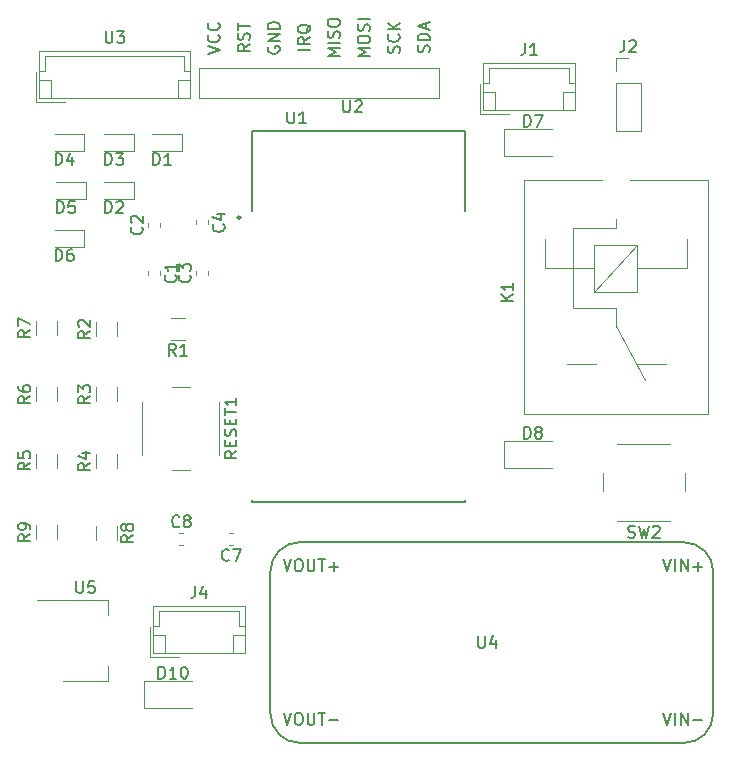
<source format=gbr>
G04 #@! TF.GenerationSoftware,KiCad,Pcbnew,5.1.5+dfsg1-2build2*
G04 #@! TF.CreationDate,2021-12-07T08:31:46-05:00*
G04 #@! TF.ProjectId,schematics,73636865-6d61-4746-9963-732e6b696361,rev?*
G04 #@! TF.SameCoordinates,Original*
G04 #@! TF.FileFunction,Legend,Top*
G04 #@! TF.FilePolarity,Positive*
%FSLAX46Y46*%
G04 Gerber Fmt 4.6, Leading zero omitted, Abs format (unit mm)*
G04 Created by KiCad (PCBNEW 5.1.5+dfsg1-2build2) date 2021-12-07 08:31:46*
%MOMM*%
%LPD*%
G04 APERTURE LIST*
%ADD10C,0.120000*%
%ADD11C,0.240000*%
%ADD12C,0.127000*%
%ADD13C,0.150000*%
G04 APERTURE END LIST*
D10*
X133208500Y-51189000D02*
X129148500Y-51189000D01*
X129148500Y-51189000D02*
X129148500Y-53459000D01*
X129148500Y-53459000D02*
X133208500Y-53459000D01*
D11*
X106860000Y-58656000D02*
G75*
G03X106860000Y-58656000I-120000J0D01*
G01*
D12*
X107840000Y-82606000D02*
X107840000Y-82756000D01*
X125840000Y-82756000D02*
X125840000Y-82556000D01*
X107840000Y-82756000D02*
X125840000Y-82756000D01*
X125840000Y-51356000D02*
X125840000Y-58106000D01*
X107840000Y-51356000D02*
X125840000Y-51356000D01*
X107840000Y-58106000D02*
X107840000Y-51356000D01*
D10*
X89846000Y-44518000D02*
X89846000Y-48538000D01*
X89846000Y-48538000D02*
X102566000Y-48538000D01*
X102566000Y-48538000D02*
X102566000Y-44518000D01*
X102566000Y-44518000D02*
X89846000Y-44518000D01*
X89846000Y-46228000D02*
X90346000Y-46228000D01*
X90346000Y-46228000D02*
X90346000Y-45018000D01*
X90346000Y-45018000D02*
X102066000Y-45018000D01*
X102066000Y-45018000D02*
X102066000Y-46228000D01*
X102066000Y-46228000D02*
X102566000Y-46228000D01*
X89846000Y-47038000D02*
X90846000Y-47038000D01*
X90846000Y-47038000D02*
X90846000Y-48538000D01*
X102566000Y-47038000D02*
X101566000Y-47038000D01*
X101566000Y-47038000D02*
X101566000Y-48538000D01*
X89546000Y-46338000D02*
X89546000Y-48838000D01*
X89546000Y-48838000D02*
X92046000Y-48838000D01*
X95353000Y-57123000D02*
X97813000Y-57123000D01*
X97813000Y-57123000D02*
X97813000Y-55653000D01*
X97813000Y-55653000D02*
X95353000Y-55653000D01*
X98568000Y-74256000D02*
X98568000Y-78756000D01*
X102568000Y-73006000D02*
X101068000Y-73006000D01*
X105068000Y-78756000D02*
X105068000Y-74256000D01*
X101068000Y-80006000D02*
X102568000Y-80006000D01*
X127438000Y-45534000D02*
X127438000Y-49554000D01*
X127438000Y-49554000D02*
X135158000Y-49554000D01*
X135158000Y-49554000D02*
X135158000Y-45534000D01*
X135158000Y-45534000D02*
X127438000Y-45534000D01*
X127438000Y-47244000D02*
X127938000Y-47244000D01*
X127938000Y-47244000D02*
X127938000Y-46034000D01*
X127938000Y-46034000D02*
X134658000Y-46034000D01*
X134658000Y-46034000D02*
X134658000Y-47244000D01*
X134658000Y-47244000D02*
X135158000Y-47244000D01*
X127438000Y-48054000D02*
X128438000Y-48054000D01*
X128438000Y-48054000D02*
X128438000Y-49554000D01*
X135158000Y-48054000D02*
X134158000Y-48054000D01*
X134158000Y-48054000D02*
X134158000Y-49554000D01*
X127138000Y-47354000D02*
X127138000Y-49854000D01*
X127138000Y-49854000D02*
X129638000Y-49854000D01*
X138640000Y-51288000D02*
X140760000Y-51288000D01*
X138640000Y-47228000D02*
X138640000Y-51288000D01*
X140760000Y-47228000D02*
X140760000Y-51288000D01*
X138640000Y-47228000D02*
X140760000Y-47228000D01*
X138640000Y-46228000D02*
X138640000Y-45168000D01*
X138640000Y-45168000D02*
X139700000Y-45168000D01*
X137484000Y-55496000D02*
X130884000Y-55496000D01*
X146484000Y-55496000D02*
X139884000Y-55496000D01*
X146484000Y-55496000D02*
X146484000Y-75296000D01*
X146484000Y-75296000D02*
X130884000Y-75296000D01*
X130884000Y-75296000D02*
X130884000Y-55496000D01*
X134484000Y-71046000D02*
X136934000Y-71046000D01*
X142884000Y-71046000D02*
X140384000Y-71046000D01*
X132634000Y-60446000D02*
X132634000Y-62946000D01*
X138634000Y-59546000D02*
X138634000Y-58746000D01*
X144634000Y-62946000D02*
X144634000Y-60446000D01*
X138634000Y-66346000D02*
X138634000Y-67846000D01*
X138634000Y-67846000D02*
X141134000Y-72446000D01*
X135034000Y-66346000D02*
X135034000Y-59546000D01*
X138634000Y-66346000D02*
X135034000Y-66346000D01*
X138634000Y-59546000D02*
X135034000Y-59546000D01*
X144634000Y-62946000D02*
X140434000Y-62946000D01*
X136834000Y-62946000D02*
X132634000Y-62946000D01*
X136834000Y-64946000D02*
X140434000Y-60946000D01*
X136834000Y-60946000D02*
X140434000Y-60946000D01*
X140434000Y-60946000D02*
X140434000Y-64946000D01*
X140434000Y-64946000D02*
X136834000Y-64946000D01*
X136834000Y-64946000D02*
X136834000Y-60946000D01*
X137522000Y-80312000D02*
X137522000Y-81812000D01*
X138772000Y-84312000D02*
X143272000Y-84312000D01*
X144522000Y-81812000D02*
X144522000Y-80312000D01*
X143272000Y-77812000D02*
X138772000Y-77812000D01*
X123698000Y-45974000D02*
X123698000Y-48514000D01*
X123698000Y-48514000D02*
X103378000Y-48514000D01*
X103378000Y-48514000D02*
X103378000Y-45974000D01*
X103378000Y-45974000D02*
X123698000Y-45974000D01*
X104142000Y-58897733D02*
X104142000Y-59240267D01*
X103122000Y-58897733D02*
X103122000Y-59240267D01*
X100078000Y-63187733D02*
X100078000Y-63530267D01*
X99058000Y-63187733D02*
X99058000Y-63530267D01*
X100078000Y-59466267D02*
X100078000Y-59123733D01*
X99058000Y-59466267D02*
X99058000Y-59123733D01*
X103122000Y-63530267D02*
X103122000Y-63187733D01*
X104142000Y-63530267D02*
X104142000Y-63187733D01*
X102165564Y-67162000D02*
X100961436Y-67162000D01*
X102165564Y-68982000D02*
X100961436Y-68982000D01*
X94594000Y-68710564D02*
X94594000Y-67506436D01*
X96414000Y-68710564D02*
X96414000Y-67506436D01*
X94594000Y-74225564D02*
X94594000Y-73021436D01*
X96414000Y-74225564D02*
X96414000Y-73021436D01*
X94594000Y-79886564D02*
X94594000Y-78682436D01*
X96414000Y-79886564D02*
X96414000Y-78682436D01*
X89514000Y-79850064D02*
X89514000Y-78645936D01*
X91334000Y-79850064D02*
X91334000Y-78645936D01*
X91334000Y-74225564D02*
X91334000Y-73021436D01*
X89514000Y-74225564D02*
X89514000Y-73021436D01*
X91334000Y-68637564D02*
X91334000Y-67433436D01*
X89514000Y-68637564D02*
X89514000Y-67433436D01*
X96414000Y-84778436D02*
X96414000Y-85982564D01*
X94594000Y-84778436D02*
X94594000Y-85982564D01*
X91334000Y-85909564D02*
X91334000Y-84705436D01*
X89514000Y-85909564D02*
X89514000Y-84705436D01*
X101877000Y-51589000D02*
X99417000Y-51589000D01*
X101877000Y-53059000D02*
X101877000Y-51589000D01*
X99417000Y-53059000D02*
X101877000Y-53059000D01*
X95353000Y-53059000D02*
X97813000Y-53059000D01*
X97813000Y-53059000D02*
X97813000Y-51589000D01*
X97813000Y-51589000D02*
X95353000Y-51589000D01*
X91148000Y-53059000D02*
X93608000Y-53059000D01*
X93608000Y-53059000D02*
X93608000Y-51589000D01*
X93608000Y-51589000D02*
X91148000Y-51589000D01*
X93749000Y-55653000D02*
X91289000Y-55653000D01*
X93749000Y-57123000D02*
X93749000Y-55653000D01*
X91289000Y-57123000D02*
X93749000Y-57123000D01*
X93608000Y-59717000D02*
X91148000Y-59717000D01*
X93608000Y-61187000D02*
X93608000Y-59717000D01*
X91148000Y-61187000D02*
X93608000Y-61187000D01*
X129148500Y-79875000D02*
X133208500Y-79875000D01*
X129148500Y-77605000D02*
X129148500Y-79875000D01*
X133208500Y-77605000D02*
X129148500Y-77605000D01*
X95636000Y-97898000D02*
X95636000Y-96638000D01*
X95636000Y-91078000D02*
X95636000Y-92338000D01*
X91876000Y-97898000D02*
X95636000Y-97898000D01*
X89626000Y-91078000D02*
X95636000Y-91078000D01*
X106230267Y-85342000D02*
X105887733Y-85342000D01*
X106230267Y-86362000D02*
X105887733Y-86362000D01*
X101682733Y-85342000D02*
X102025267Y-85342000D01*
X101682733Y-86362000D02*
X102025267Y-86362000D01*
X102728500Y-97925000D02*
X98668500Y-97925000D01*
X98668500Y-97925000D02*
X98668500Y-100195000D01*
X98668500Y-100195000D02*
X102728500Y-100195000D01*
X99498000Y-91508000D02*
X99498000Y-95528000D01*
X99498000Y-95528000D02*
X107218000Y-95528000D01*
X107218000Y-95528000D02*
X107218000Y-91508000D01*
X107218000Y-91508000D02*
X99498000Y-91508000D01*
X99498000Y-93218000D02*
X99998000Y-93218000D01*
X99998000Y-93218000D02*
X99998000Y-92008000D01*
X99998000Y-92008000D02*
X106718000Y-92008000D01*
X106718000Y-92008000D02*
X106718000Y-93218000D01*
X106718000Y-93218000D02*
X107218000Y-93218000D01*
X99498000Y-94028000D02*
X100498000Y-94028000D01*
X100498000Y-94028000D02*
X100498000Y-95528000D01*
X107218000Y-94028000D02*
X106218000Y-94028000D01*
X106218000Y-94028000D02*
X106218000Y-95528000D01*
X99198000Y-93328000D02*
X99198000Y-95828000D01*
X99198000Y-95828000D02*
X101698000Y-95828000D01*
D13*
X109390900Y-88640400D02*
X109390900Y-100640400D01*
X146890900Y-100640400D02*
X146890900Y-88640400D01*
X144390900Y-86140400D02*
X111890900Y-86140400D01*
X111890900Y-103140400D02*
X144390900Y-103140400D01*
X109390900Y-100640400D02*
G75*
G03X111890900Y-103140400I2500000J0D01*
G01*
X144390900Y-103140400D02*
G75*
G03X146890900Y-100640400I0J2500000D01*
G01*
X146890900Y-88640400D02*
G75*
G03X144390900Y-86140400I-2500000J0D01*
G01*
X111890900Y-86140400D02*
G75*
G03X109390900Y-88640400I0J-2500000D01*
G01*
X130870404Y-50956380D02*
X130870404Y-49956380D01*
X131108500Y-49956380D01*
X131251357Y-50004000D01*
X131346595Y-50099238D01*
X131394214Y-50194476D01*
X131441833Y-50384952D01*
X131441833Y-50527809D01*
X131394214Y-50718285D01*
X131346595Y-50813523D01*
X131251357Y-50908761D01*
X131108500Y-50956380D01*
X130870404Y-50956380D01*
X131775166Y-49956380D02*
X132441833Y-49956380D01*
X132013261Y-50956380D01*
X110839711Y-49684536D02*
X110839711Y-50495870D01*
X110887437Y-50591321D01*
X110935162Y-50639046D01*
X111030613Y-50686772D01*
X111221515Y-50686772D01*
X111316966Y-50639046D01*
X111364692Y-50591321D01*
X111412417Y-50495870D01*
X111412417Y-49684536D01*
X112414653Y-50686772D02*
X111841947Y-50686772D01*
X112128300Y-50686772D02*
X112128300Y-49684536D01*
X112032849Y-49827713D01*
X111937398Y-49923164D01*
X111841947Y-49970889D01*
X95444095Y-42880380D02*
X95444095Y-43689904D01*
X95491714Y-43785142D01*
X95539333Y-43832761D01*
X95634571Y-43880380D01*
X95825047Y-43880380D01*
X95920285Y-43832761D01*
X95967904Y-43785142D01*
X96015523Y-43689904D01*
X96015523Y-42880380D01*
X96396476Y-42880380D02*
X97015523Y-42880380D01*
X96682190Y-43261333D01*
X96825047Y-43261333D01*
X96920285Y-43308952D01*
X96967904Y-43356571D01*
X97015523Y-43451809D01*
X97015523Y-43689904D01*
X96967904Y-43785142D01*
X96920285Y-43832761D01*
X96825047Y-43880380D01*
X96539333Y-43880380D01*
X96444095Y-43832761D01*
X96396476Y-43785142D01*
X95414904Y-58270380D02*
X95414904Y-57270380D01*
X95653000Y-57270380D01*
X95795857Y-57318000D01*
X95891095Y-57413238D01*
X95938714Y-57508476D01*
X95986333Y-57698952D01*
X95986333Y-57841809D01*
X95938714Y-58032285D01*
X95891095Y-58127523D01*
X95795857Y-58222761D01*
X95653000Y-58270380D01*
X95414904Y-58270380D01*
X96367285Y-57365619D02*
X96414904Y-57318000D01*
X96510142Y-57270380D01*
X96748238Y-57270380D01*
X96843476Y-57318000D01*
X96891095Y-57365619D01*
X96938714Y-57460857D01*
X96938714Y-57556095D01*
X96891095Y-57698952D01*
X96319666Y-58270380D01*
X96938714Y-58270380D01*
X106520380Y-78434571D02*
X106044190Y-78767904D01*
X106520380Y-79006000D02*
X105520380Y-79006000D01*
X105520380Y-78625047D01*
X105568000Y-78529809D01*
X105615619Y-78482190D01*
X105710857Y-78434571D01*
X105853714Y-78434571D01*
X105948952Y-78482190D01*
X105996571Y-78529809D01*
X106044190Y-78625047D01*
X106044190Y-79006000D01*
X105996571Y-78006000D02*
X105996571Y-77672666D01*
X106520380Y-77529809D02*
X106520380Y-78006000D01*
X105520380Y-78006000D01*
X105520380Y-77529809D01*
X106472761Y-77148857D02*
X106520380Y-77006000D01*
X106520380Y-76767904D01*
X106472761Y-76672666D01*
X106425142Y-76625047D01*
X106329904Y-76577428D01*
X106234666Y-76577428D01*
X106139428Y-76625047D01*
X106091809Y-76672666D01*
X106044190Y-76767904D01*
X105996571Y-76958380D01*
X105948952Y-77053619D01*
X105901333Y-77101238D01*
X105806095Y-77148857D01*
X105710857Y-77148857D01*
X105615619Y-77101238D01*
X105568000Y-77053619D01*
X105520380Y-76958380D01*
X105520380Y-76720285D01*
X105568000Y-76577428D01*
X105996571Y-76148857D02*
X105996571Y-75815523D01*
X106520380Y-75672666D02*
X106520380Y-76148857D01*
X105520380Y-76148857D01*
X105520380Y-75672666D01*
X105520380Y-75386952D02*
X105520380Y-74815523D01*
X106520380Y-75101238D02*
X105520380Y-75101238D01*
X106520380Y-73958380D02*
X106520380Y-74529809D01*
X106520380Y-74244095D02*
X105520380Y-74244095D01*
X105663238Y-74339333D01*
X105758476Y-74434571D01*
X105806095Y-74529809D01*
X130964666Y-43896380D02*
X130964666Y-44610666D01*
X130917047Y-44753523D01*
X130821809Y-44848761D01*
X130678952Y-44896380D01*
X130583714Y-44896380D01*
X131964666Y-44896380D02*
X131393238Y-44896380D01*
X131678952Y-44896380D02*
X131678952Y-43896380D01*
X131583714Y-44039238D01*
X131488476Y-44134476D01*
X131393238Y-44182095D01*
X139366666Y-43620380D02*
X139366666Y-44334666D01*
X139319047Y-44477523D01*
X139223809Y-44572761D01*
X139080952Y-44620380D01*
X138985714Y-44620380D01*
X139795238Y-43715619D02*
X139842857Y-43668000D01*
X139938095Y-43620380D01*
X140176190Y-43620380D01*
X140271428Y-43668000D01*
X140319047Y-43715619D01*
X140366666Y-43810857D01*
X140366666Y-43906095D01*
X140319047Y-44048952D01*
X139747619Y-44620380D01*
X140366666Y-44620380D01*
X129936380Y-65734095D02*
X128936380Y-65734095D01*
X129936380Y-65162666D02*
X129364952Y-65591238D01*
X128936380Y-65162666D02*
X129507809Y-65734095D01*
X129936380Y-64210285D02*
X129936380Y-64781714D01*
X129936380Y-64496000D02*
X128936380Y-64496000D01*
X129079238Y-64591238D01*
X129174476Y-64686476D01*
X129222095Y-64781714D01*
X139688666Y-85716761D02*
X139831523Y-85764380D01*
X140069619Y-85764380D01*
X140164857Y-85716761D01*
X140212476Y-85669142D01*
X140260095Y-85573904D01*
X140260095Y-85478666D01*
X140212476Y-85383428D01*
X140164857Y-85335809D01*
X140069619Y-85288190D01*
X139879142Y-85240571D01*
X139783904Y-85192952D01*
X139736285Y-85145333D01*
X139688666Y-85050095D01*
X139688666Y-84954857D01*
X139736285Y-84859619D01*
X139783904Y-84812000D01*
X139879142Y-84764380D01*
X140117238Y-84764380D01*
X140260095Y-84812000D01*
X140593428Y-84764380D02*
X140831523Y-85764380D01*
X141022000Y-85050095D01*
X141212476Y-85764380D01*
X141450571Y-84764380D01*
X141783904Y-84859619D02*
X141831523Y-84812000D01*
X141926761Y-84764380D01*
X142164857Y-84764380D01*
X142260095Y-84812000D01*
X142307714Y-84859619D01*
X142355333Y-84954857D01*
X142355333Y-85050095D01*
X142307714Y-85192952D01*
X141736285Y-85764380D01*
X142355333Y-85764380D01*
X115570095Y-48728380D02*
X115570095Y-49537904D01*
X115617714Y-49633142D01*
X115665333Y-49680761D01*
X115760571Y-49728380D01*
X115951047Y-49728380D01*
X116046285Y-49680761D01*
X116093904Y-49633142D01*
X116141523Y-49537904D01*
X116141523Y-48728380D01*
X116570095Y-48823619D02*
X116617714Y-48776000D01*
X116712952Y-48728380D01*
X116951047Y-48728380D01*
X117046285Y-48776000D01*
X117093904Y-48823619D01*
X117141523Y-48918857D01*
X117141523Y-49014095D01*
X117093904Y-49156952D01*
X116522476Y-49728380D01*
X117141523Y-49728380D01*
X122832761Y-44648285D02*
X122880380Y-44505428D01*
X122880380Y-44267333D01*
X122832761Y-44172095D01*
X122785142Y-44124476D01*
X122689904Y-44076857D01*
X122594666Y-44076857D01*
X122499428Y-44124476D01*
X122451809Y-44172095D01*
X122404190Y-44267333D01*
X122356571Y-44457809D01*
X122308952Y-44553047D01*
X122261333Y-44600666D01*
X122166095Y-44648285D01*
X122070857Y-44648285D01*
X121975619Y-44600666D01*
X121928000Y-44553047D01*
X121880380Y-44457809D01*
X121880380Y-44219714D01*
X121928000Y-44076857D01*
X122880380Y-43648285D02*
X121880380Y-43648285D01*
X121880380Y-43410190D01*
X121928000Y-43267333D01*
X122023238Y-43172095D01*
X122118476Y-43124476D01*
X122308952Y-43076857D01*
X122451809Y-43076857D01*
X122642285Y-43124476D01*
X122737523Y-43172095D01*
X122832761Y-43267333D01*
X122880380Y-43410190D01*
X122880380Y-43648285D01*
X122594666Y-42695904D02*
X122594666Y-42219714D01*
X122880380Y-42791142D02*
X121880380Y-42457809D01*
X122880380Y-42124476D01*
X120292761Y-44719714D02*
X120340380Y-44576857D01*
X120340380Y-44338761D01*
X120292761Y-44243523D01*
X120245142Y-44195904D01*
X120149904Y-44148285D01*
X120054666Y-44148285D01*
X119959428Y-44195904D01*
X119911809Y-44243523D01*
X119864190Y-44338761D01*
X119816571Y-44529238D01*
X119768952Y-44624476D01*
X119721333Y-44672095D01*
X119626095Y-44719714D01*
X119530857Y-44719714D01*
X119435619Y-44672095D01*
X119388000Y-44624476D01*
X119340380Y-44529238D01*
X119340380Y-44291142D01*
X119388000Y-44148285D01*
X120245142Y-43148285D02*
X120292761Y-43195904D01*
X120340380Y-43338761D01*
X120340380Y-43434000D01*
X120292761Y-43576857D01*
X120197523Y-43672095D01*
X120102285Y-43719714D01*
X119911809Y-43767333D01*
X119768952Y-43767333D01*
X119578476Y-43719714D01*
X119483238Y-43672095D01*
X119388000Y-43576857D01*
X119340380Y-43434000D01*
X119340380Y-43338761D01*
X119388000Y-43195904D01*
X119435619Y-43148285D01*
X120340380Y-42719714D02*
X119340380Y-42719714D01*
X120340380Y-42148285D02*
X119768952Y-42576857D01*
X119340380Y-42148285D02*
X119911809Y-42719714D01*
X117800380Y-45005428D02*
X116800380Y-45005428D01*
X117514666Y-44672095D01*
X116800380Y-44338761D01*
X117800380Y-44338761D01*
X116800380Y-43672095D02*
X116800380Y-43481619D01*
X116848000Y-43386380D01*
X116943238Y-43291142D01*
X117133714Y-43243523D01*
X117467047Y-43243523D01*
X117657523Y-43291142D01*
X117752761Y-43386380D01*
X117800380Y-43481619D01*
X117800380Y-43672095D01*
X117752761Y-43767333D01*
X117657523Y-43862571D01*
X117467047Y-43910190D01*
X117133714Y-43910190D01*
X116943238Y-43862571D01*
X116848000Y-43767333D01*
X116800380Y-43672095D01*
X117752761Y-42862571D02*
X117800380Y-42719714D01*
X117800380Y-42481619D01*
X117752761Y-42386380D01*
X117705142Y-42338761D01*
X117609904Y-42291142D01*
X117514666Y-42291142D01*
X117419428Y-42338761D01*
X117371809Y-42386380D01*
X117324190Y-42481619D01*
X117276571Y-42672095D01*
X117228952Y-42767333D01*
X117181333Y-42814952D01*
X117086095Y-42862571D01*
X116990857Y-42862571D01*
X116895619Y-42814952D01*
X116848000Y-42767333D01*
X116800380Y-42672095D01*
X116800380Y-42434000D01*
X116848000Y-42291142D01*
X117800380Y-41862571D02*
X116800380Y-41862571D01*
X115260380Y-45005428D02*
X114260380Y-45005428D01*
X114974666Y-44672095D01*
X114260380Y-44338761D01*
X115260380Y-44338761D01*
X115260380Y-43862571D02*
X114260380Y-43862571D01*
X115212761Y-43434000D02*
X115260380Y-43291142D01*
X115260380Y-43053047D01*
X115212761Y-42957809D01*
X115165142Y-42910190D01*
X115069904Y-42862571D01*
X114974666Y-42862571D01*
X114879428Y-42910190D01*
X114831809Y-42957809D01*
X114784190Y-43053047D01*
X114736571Y-43243523D01*
X114688952Y-43338761D01*
X114641333Y-43386380D01*
X114546095Y-43434000D01*
X114450857Y-43434000D01*
X114355619Y-43386380D01*
X114308000Y-43338761D01*
X114260380Y-43243523D01*
X114260380Y-43005428D01*
X114308000Y-42862571D01*
X114260380Y-42243523D02*
X114260380Y-42053047D01*
X114308000Y-41957809D01*
X114403238Y-41862571D01*
X114593714Y-41814952D01*
X114927047Y-41814952D01*
X115117523Y-41862571D01*
X115212761Y-41957809D01*
X115260380Y-42053047D01*
X115260380Y-42243523D01*
X115212761Y-42338761D01*
X115117523Y-42434000D01*
X114927047Y-42481619D01*
X114593714Y-42481619D01*
X114403238Y-42434000D01*
X114308000Y-42338761D01*
X114260380Y-42243523D01*
X112720380Y-44457809D02*
X111720380Y-44457809D01*
X112720380Y-43410190D02*
X112244190Y-43743523D01*
X112720380Y-43981619D02*
X111720380Y-43981619D01*
X111720380Y-43600666D01*
X111768000Y-43505428D01*
X111815619Y-43457809D01*
X111910857Y-43410190D01*
X112053714Y-43410190D01*
X112148952Y-43457809D01*
X112196571Y-43505428D01*
X112244190Y-43600666D01*
X112244190Y-43981619D01*
X112815619Y-42314952D02*
X112768000Y-42410190D01*
X112672761Y-42505428D01*
X112529904Y-42648285D01*
X112482285Y-42743523D01*
X112482285Y-42838761D01*
X112720380Y-42791142D02*
X112672761Y-42886380D01*
X112577523Y-42981619D01*
X112387047Y-43029238D01*
X112053714Y-43029238D01*
X111863238Y-42981619D01*
X111768000Y-42886380D01*
X111720380Y-42791142D01*
X111720380Y-42600666D01*
X111768000Y-42505428D01*
X111863238Y-42410190D01*
X112053714Y-42362571D01*
X112387047Y-42362571D01*
X112577523Y-42410190D01*
X112672761Y-42505428D01*
X112720380Y-42600666D01*
X112720380Y-42791142D01*
X109228000Y-44195904D02*
X109180380Y-44291142D01*
X109180380Y-44434000D01*
X109228000Y-44576857D01*
X109323238Y-44672095D01*
X109418476Y-44719714D01*
X109608952Y-44767333D01*
X109751809Y-44767333D01*
X109942285Y-44719714D01*
X110037523Y-44672095D01*
X110132761Y-44576857D01*
X110180380Y-44434000D01*
X110180380Y-44338761D01*
X110132761Y-44195904D01*
X110085142Y-44148285D01*
X109751809Y-44148285D01*
X109751809Y-44338761D01*
X110180380Y-43719714D02*
X109180380Y-43719714D01*
X110180380Y-43148285D01*
X109180380Y-43148285D01*
X110180380Y-42672095D02*
X109180380Y-42672095D01*
X109180380Y-42434000D01*
X109228000Y-42291142D01*
X109323238Y-42195904D01*
X109418476Y-42148285D01*
X109608952Y-42100666D01*
X109751809Y-42100666D01*
X109942285Y-42148285D01*
X110037523Y-42195904D01*
X110132761Y-42291142D01*
X110180380Y-42434000D01*
X110180380Y-42672095D01*
X107640380Y-43981619D02*
X107164190Y-44314952D01*
X107640380Y-44553047D02*
X106640380Y-44553047D01*
X106640380Y-44172095D01*
X106688000Y-44076857D01*
X106735619Y-44029238D01*
X106830857Y-43981619D01*
X106973714Y-43981619D01*
X107068952Y-44029238D01*
X107116571Y-44076857D01*
X107164190Y-44172095D01*
X107164190Y-44553047D01*
X107592761Y-43600666D02*
X107640380Y-43457809D01*
X107640380Y-43219714D01*
X107592761Y-43124476D01*
X107545142Y-43076857D01*
X107449904Y-43029238D01*
X107354666Y-43029238D01*
X107259428Y-43076857D01*
X107211809Y-43124476D01*
X107164190Y-43219714D01*
X107116571Y-43410190D01*
X107068952Y-43505428D01*
X107021333Y-43553047D01*
X106926095Y-43600666D01*
X106830857Y-43600666D01*
X106735619Y-43553047D01*
X106688000Y-43505428D01*
X106640380Y-43410190D01*
X106640380Y-43172095D01*
X106688000Y-43029238D01*
X106640380Y-42743523D02*
X106640380Y-42172095D01*
X107640380Y-42457809D02*
X106640380Y-42457809D01*
X104100380Y-44767333D02*
X105100380Y-44434000D01*
X104100380Y-44100666D01*
X105005142Y-43195904D02*
X105052761Y-43243523D01*
X105100380Y-43386380D01*
X105100380Y-43481619D01*
X105052761Y-43624476D01*
X104957523Y-43719714D01*
X104862285Y-43767333D01*
X104671809Y-43814952D01*
X104528952Y-43814952D01*
X104338476Y-43767333D01*
X104243238Y-43719714D01*
X104148000Y-43624476D01*
X104100380Y-43481619D01*
X104100380Y-43386380D01*
X104148000Y-43243523D01*
X104195619Y-43195904D01*
X105005142Y-42195904D02*
X105052761Y-42243523D01*
X105100380Y-42386380D01*
X105100380Y-42481619D01*
X105052761Y-42624476D01*
X104957523Y-42719714D01*
X104862285Y-42767333D01*
X104671809Y-42814952D01*
X104528952Y-42814952D01*
X104338476Y-42767333D01*
X104243238Y-42719714D01*
X104148000Y-42624476D01*
X104100380Y-42481619D01*
X104100380Y-42386380D01*
X104148000Y-42243523D01*
X104195619Y-42195904D01*
X105419142Y-59235666D02*
X105466761Y-59283285D01*
X105514380Y-59426142D01*
X105514380Y-59521380D01*
X105466761Y-59664238D01*
X105371523Y-59759476D01*
X105276285Y-59807095D01*
X105085809Y-59854714D01*
X104942952Y-59854714D01*
X104752476Y-59807095D01*
X104657238Y-59759476D01*
X104562000Y-59664238D01*
X104514380Y-59521380D01*
X104514380Y-59426142D01*
X104562000Y-59283285D01*
X104609619Y-59235666D01*
X104847714Y-58378523D02*
X105514380Y-58378523D01*
X104466761Y-58616619D02*
X105181047Y-58854714D01*
X105181047Y-58235666D01*
X101355142Y-63525666D02*
X101402761Y-63573285D01*
X101450380Y-63716142D01*
X101450380Y-63811380D01*
X101402761Y-63954238D01*
X101307523Y-64049476D01*
X101212285Y-64097095D01*
X101021809Y-64144714D01*
X100878952Y-64144714D01*
X100688476Y-64097095D01*
X100593238Y-64049476D01*
X100498000Y-63954238D01*
X100450380Y-63811380D01*
X100450380Y-63716142D01*
X100498000Y-63573285D01*
X100545619Y-63525666D01*
X101450380Y-62573285D02*
X101450380Y-63144714D01*
X101450380Y-62859000D02*
X100450380Y-62859000D01*
X100593238Y-62954238D01*
X100688476Y-63049476D01*
X100736095Y-63144714D01*
X98495142Y-59461666D02*
X98542761Y-59509285D01*
X98590380Y-59652142D01*
X98590380Y-59747380D01*
X98542761Y-59890238D01*
X98447523Y-59985476D01*
X98352285Y-60033095D01*
X98161809Y-60080714D01*
X98018952Y-60080714D01*
X97828476Y-60033095D01*
X97733238Y-59985476D01*
X97638000Y-59890238D01*
X97590380Y-59747380D01*
X97590380Y-59652142D01*
X97638000Y-59509285D01*
X97685619Y-59461666D01*
X97685619Y-59080714D02*
X97638000Y-59033095D01*
X97590380Y-58937857D01*
X97590380Y-58699761D01*
X97638000Y-58604523D01*
X97685619Y-58556904D01*
X97780857Y-58509285D01*
X97876095Y-58509285D01*
X98018952Y-58556904D01*
X98590380Y-59128333D01*
X98590380Y-58509285D01*
X102559142Y-63525666D02*
X102606761Y-63573285D01*
X102654380Y-63716142D01*
X102654380Y-63811380D01*
X102606761Y-63954238D01*
X102511523Y-64049476D01*
X102416285Y-64097095D01*
X102225809Y-64144714D01*
X102082952Y-64144714D01*
X101892476Y-64097095D01*
X101797238Y-64049476D01*
X101702000Y-63954238D01*
X101654380Y-63811380D01*
X101654380Y-63716142D01*
X101702000Y-63573285D01*
X101749619Y-63525666D01*
X101654380Y-63192333D02*
X101654380Y-62573285D01*
X102035333Y-62906619D01*
X102035333Y-62763761D01*
X102082952Y-62668523D01*
X102130571Y-62620904D01*
X102225809Y-62573285D01*
X102463904Y-62573285D01*
X102559142Y-62620904D01*
X102606761Y-62668523D01*
X102654380Y-62763761D01*
X102654380Y-63049476D01*
X102606761Y-63144714D01*
X102559142Y-63192333D01*
X101396833Y-70344380D02*
X101063500Y-69868190D01*
X100825404Y-70344380D02*
X100825404Y-69344380D01*
X101206357Y-69344380D01*
X101301595Y-69392000D01*
X101349214Y-69439619D01*
X101396833Y-69534857D01*
X101396833Y-69677714D01*
X101349214Y-69772952D01*
X101301595Y-69820571D01*
X101206357Y-69868190D01*
X100825404Y-69868190D01*
X102349214Y-70344380D02*
X101777785Y-70344380D01*
X102063500Y-70344380D02*
X102063500Y-69344380D01*
X101968261Y-69487238D01*
X101873023Y-69582476D01*
X101777785Y-69630095D01*
X94136380Y-68275166D02*
X93660190Y-68608500D01*
X94136380Y-68846595D02*
X93136380Y-68846595D01*
X93136380Y-68465642D01*
X93184000Y-68370404D01*
X93231619Y-68322785D01*
X93326857Y-68275166D01*
X93469714Y-68275166D01*
X93564952Y-68322785D01*
X93612571Y-68370404D01*
X93660190Y-68465642D01*
X93660190Y-68846595D01*
X93231619Y-67894214D02*
X93184000Y-67846595D01*
X93136380Y-67751357D01*
X93136380Y-67513261D01*
X93184000Y-67418023D01*
X93231619Y-67370404D01*
X93326857Y-67322785D01*
X93422095Y-67322785D01*
X93564952Y-67370404D01*
X94136380Y-67941833D01*
X94136380Y-67322785D01*
X94136380Y-73790166D02*
X93660190Y-74123500D01*
X94136380Y-74361595D02*
X93136380Y-74361595D01*
X93136380Y-73980642D01*
X93184000Y-73885404D01*
X93231619Y-73837785D01*
X93326857Y-73790166D01*
X93469714Y-73790166D01*
X93564952Y-73837785D01*
X93612571Y-73885404D01*
X93660190Y-73980642D01*
X93660190Y-74361595D01*
X93136380Y-73456833D02*
X93136380Y-72837785D01*
X93517333Y-73171119D01*
X93517333Y-73028261D01*
X93564952Y-72933023D01*
X93612571Y-72885404D01*
X93707809Y-72837785D01*
X93945904Y-72837785D01*
X94041142Y-72885404D01*
X94088761Y-72933023D01*
X94136380Y-73028261D01*
X94136380Y-73313976D01*
X94088761Y-73409214D01*
X94041142Y-73456833D01*
X94136380Y-79451166D02*
X93660190Y-79784500D01*
X94136380Y-80022595D02*
X93136380Y-80022595D01*
X93136380Y-79641642D01*
X93184000Y-79546404D01*
X93231619Y-79498785D01*
X93326857Y-79451166D01*
X93469714Y-79451166D01*
X93564952Y-79498785D01*
X93612571Y-79546404D01*
X93660190Y-79641642D01*
X93660190Y-80022595D01*
X93469714Y-78594023D02*
X94136380Y-78594023D01*
X93088761Y-78832119D02*
X93803047Y-79070214D01*
X93803047Y-78451166D01*
X89056380Y-79414666D02*
X88580190Y-79748000D01*
X89056380Y-79986095D02*
X88056380Y-79986095D01*
X88056380Y-79605142D01*
X88104000Y-79509904D01*
X88151619Y-79462285D01*
X88246857Y-79414666D01*
X88389714Y-79414666D01*
X88484952Y-79462285D01*
X88532571Y-79509904D01*
X88580190Y-79605142D01*
X88580190Y-79986095D01*
X88056380Y-78509904D02*
X88056380Y-78986095D01*
X88532571Y-79033714D01*
X88484952Y-78986095D01*
X88437333Y-78890857D01*
X88437333Y-78652761D01*
X88484952Y-78557523D01*
X88532571Y-78509904D01*
X88627809Y-78462285D01*
X88865904Y-78462285D01*
X88961142Y-78509904D01*
X89008761Y-78557523D01*
X89056380Y-78652761D01*
X89056380Y-78890857D01*
X89008761Y-78986095D01*
X88961142Y-79033714D01*
X89056380Y-73790166D02*
X88580190Y-74123500D01*
X89056380Y-74361595D02*
X88056380Y-74361595D01*
X88056380Y-73980642D01*
X88104000Y-73885404D01*
X88151619Y-73837785D01*
X88246857Y-73790166D01*
X88389714Y-73790166D01*
X88484952Y-73837785D01*
X88532571Y-73885404D01*
X88580190Y-73980642D01*
X88580190Y-74361595D01*
X88056380Y-72933023D02*
X88056380Y-73123500D01*
X88104000Y-73218738D01*
X88151619Y-73266357D01*
X88294476Y-73361595D01*
X88484952Y-73409214D01*
X88865904Y-73409214D01*
X88961142Y-73361595D01*
X89008761Y-73313976D01*
X89056380Y-73218738D01*
X89056380Y-73028261D01*
X89008761Y-72933023D01*
X88961142Y-72885404D01*
X88865904Y-72837785D01*
X88627809Y-72837785D01*
X88532571Y-72885404D01*
X88484952Y-72933023D01*
X88437333Y-73028261D01*
X88437333Y-73218738D01*
X88484952Y-73313976D01*
X88532571Y-73361595D01*
X88627809Y-73409214D01*
X89056380Y-68202166D02*
X88580190Y-68535500D01*
X89056380Y-68773595D02*
X88056380Y-68773595D01*
X88056380Y-68392642D01*
X88104000Y-68297404D01*
X88151619Y-68249785D01*
X88246857Y-68202166D01*
X88389714Y-68202166D01*
X88484952Y-68249785D01*
X88532571Y-68297404D01*
X88580190Y-68392642D01*
X88580190Y-68773595D01*
X88056380Y-67868833D02*
X88056380Y-67202166D01*
X89056380Y-67630738D01*
X97776380Y-85547166D02*
X97300190Y-85880500D01*
X97776380Y-86118595D02*
X96776380Y-86118595D01*
X96776380Y-85737642D01*
X96824000Y-85642404D01*
X96871619Y-85594785D01*
X96966857Y-85547166D01*
X97109714Y-85547166D01*
X97204952Y-85594785D01*
X97252571Y-85642404D01*
X97300190Y-85737642D01*
X97300190Y-86118595D01*
X97204952Y-84975738D02*
X97157333Y-85070976D01*
X97109714Y-85118595D01*
X97014476Y-85166214D01*
X96966857Y-85166214D01*
X96871619Y-85118595D01*
X96824000Y-85070976D01*
X96776380Y-84975738D01*
X96776380Y-84785261D01*
X96824000Y-84690023D01*
X96871619Y-84642404D01*
X96966857Y-84594785D01*
X97014476Y-84594785D01*
X97109714Y-84642404D01*
X97157333Y-84690023D01*
X97204952Y-84785261D01*
X97204952Y-84975738D01*
X97252571Y-85070976D01*
X97300190Y-85118595D01*
X97395428Y-85166214D01*
X97585904Y-85166214D01*
X97681142Y-85118595D01*
X97728761Y-85070976D01*
X97776380Y-84975738D01*
X97776380Y-84785261D01*
X97728761Y-84690023D01*
X97681142Y-84642404D01*
X97585904Y-84594785D01*
X97395428Y-84594785D01*
X97300190Y-84642404D01*
X97252571Y-84690023D01*
X97204952Y-84785261D01*
X89056380Y-85474166D02*
X88580190Y-85807500D01*
X89056380Y-86045595D02*
X88056380Y-86045595D01*
X88056380Y-85664642D01*
X88104000Y-85569404D01*
X88151619Y-85521785D01*
X88246857Y-85474166D01*
X88389714Y-85474166D01*
X88484952Y-85521785D01*
X88532571Y-85569404D01*
X88580190Y-85664642D01*
X88580190Y-86045595D01*
X89056380Y-84997976D02*
X89056380Y-84807500D01*
X89008761Y-84712261D01*
X88961142Y-84664642D01*
X88818285Y-84569404D01*
X88627809Y-84521785D01*
X88246857Y-84521785D01*
X88151619Y-84569404D01*
X88104000Y-84617023D01*
X88056380Y-84712261D01*
X88056380Y-84902738D01*
X88104000Y-84997976D01*
X88151619Y-85045595D01*
X88246857Y-85093214D01*
X88484952Y-85093214D01*
X88580190Y-85045595D01*
X88627809Y-84997976D01*
X88675428Y-84902738D01*
X88675428Y-84712261D01*
X88627809Y-84617023D01*
X88580190Y-84569404D01*
X88484952Y-84521785D01*
X99478904Y-54206380D02*
X99478904Y-53206380D01*
X99717000Y-53206380D01*
X99859857Y-53254000D01*
X99955095Y-53349238D01*
X100002714Y-53444476D01*
X100050333Y-53634952D01*
X100050333Y-53777809D01*
X100002714Y-53968285D01*
X99955095Y-54063523D01*
X99859857Y-54158761D01*
X99717000Y-54206380D01*
X99478904Y-54206380D01*
X101002714Y-54206380D02*
X100431285Y-54206380D01*
X100717000Y-54206380D02*
X100717000Y-53206380D01*
X100621761Y-53349238D01*
X100526523Y-53444476D01*
X100431285Y-53492095D01*
X95414904Y-54206380D02*
X95414904Y-53206380D01*
X95653000Y-53206380D01*
X95795857Y-53254000D01*
X95891095Y-53349238D01*
X95938714Y-53444476D01*
X95986333Y-53634952D01*
X95986333Y-53777809D01*
X95938714Y-53968285D01*
X95891095Y-54063523D01*
X95795857Y-54158761D01*
X95653000Y-54206380D01*
X95414904Y-54206380D01*
X96319666Y-53206380D02*
X96938714Y-53206380D01*
X96605380Y-53587333D01*
X96748238Y-53587333D01*
X96843476Y-53634952D01*
X96891095Y-53682571D01*
X96938714Y-53777809D01*
X96938714Y-54015904D01*
X96891095Y-54111142D01*
X96843476Y-54158761D01*
X96748238Y-54206380D01*
X96462523Y-54206380D01*
X96367285Y-54158761D01*
X96319666Y-54111142D01*
X91209904Y-54206380D02*
X91209904Y-53206380D01*
X91448000Y-53206380D01*
X91590857Y-53254000D01*
X91686095Y-53349238D01*
X91733714Y-53444476D01*
X91781333Y-53634952D01*
X91781333Y-53777809D01*
X91733714Y-53968285D01*
X91686095Y-54063523D01*
X91590857Y-54158761D01*
X91448000Y-54206380D01*
X91209904Y-54206380D01*
X92638476Y-53539714D02*
X92638476Y-54206380D01*
X92400380Y-53158761D02*
X92162285Y-53873047D01*
X92781333Y-53873047D01*
X91350904Y-58270380D02*
X91350904Y-57270380D01*
X91589000Y-57270380D01*
X91731857Y-57318000D01*
X91827095Y-57413238D01*
X91874714Y-57508476D01*
X91922333Y-57698952D01*
X91922333Y-57841809D01*
X91874714Y-58032285D01*
X91827095Y-58127523D01*
X91731857Y-58222761D01*
X91589000Y-58270380D01*
X91350904Y-58270380D01*
X92827095Y-57270380D02*
X92350904Y-57270380D01*
X92303285Y-57746571D01*
X92350904Y-57698952D01*
X92446142Y-57651333D01*
X92684238Y-57651333D01*
X92779476Y-57698952D01*
X92827095Y-57746571D01*
X92874714Y-57841809D01*
X92874714Y-58079904D01*
X92827095Y-58175142D01*
X92779476Y-58222761D01*
X92684238Y-58270380D01*
X92446142Y-58270380D01*
X92350904Y-58222761D01*
X92303285Y-58175142D01*
X91209904Y-62334380D02*
X91209904Y-61334380D01*
X91448000Y-61334380D01*
X91590857Y-61382000D01*
X91686095Y-61477238D01*
X91733714Y-61572476D01*
X91781333Y-61762952D01*
X91781333Y-61905809D01*
X91733714Y-62096285D01*
X91686095Y-62191523D01*
X91590857Y-62286761D01*
X91448000Y-62334380D01*
X91209904Y-62334380D01*
X92638476Y-61334380D02*
X92448000Y-61334380D01*
X92352761Y-61382000D01*
X92305142Y-61429619D01*
X92209904Y-61572476D01*
X92162285Y-61762952D01*
X92162285Y-62143904D01*
X92209904Y-62239142D01*
X92257523Y-62286761D01*
X92352761Y-62334380D01*
X92543238Y-62334380D01*
X92638476Y-62286761D01*
X92686095Y-62239142D01*
X92733714Y-62143904D01*
X92733714Y-61905809D01*
X92686095Y-61810571D01*
X92638476Y-61762952D01*
X92543238Y-61715333D01*
X92352761Y-61715333D01*
X92257523Y-61762952D01*
X92209904Y-61810571D01*
X92162285Y-61905809D01*
X130870404Y-77372380D02*
X130870404Y-76372380D01*
X131108500Y-76372380D01*
X131251357Y-76420000D01*
X131346595Y-76515238D01*
X131394214Y-76610476D01*
X131441833Y-76800952D01*
X131441833Y-76943809D01*
X131394214Y-77134285D01*
X131346595Y-77229523D01*
X131251357Y-77324761D01*
X131108500Y-77372380D01*
X130870404Y-77372380D01*
X132013261Y-76800952D02*
X131918023Y-76753333D01*
X131870404Y-76705714D01*
X131822785Y-76610476D01*
X131822785Y-76562857D01*
X131870404Y-76467619D01*
X131918023Y-76420000D01*
X132013261Y-76372380D01*
X132203738Y-76372380D01*
X132298976Y-76420000D01*
X132346595Y-76467619D01*
X132394214Y-76562857D01*
X132394214Y-76610476D01*
X132346595Y-76705714D01*
X132298976Y-76753333D01*
X132203738Y-76800952D01*
X132013261Y-76800952D01*
X131918023Y-76848571D01*
X131870404Y-76896190D01*
X131822785Y-76991428D01*
X131822785Y-77181904D01*
X131870404Y-77277142D01*
X131918023Y-77324761D01*
X132013261Y-77372380D01*
X132203738Y-77372380D01*
X132298976Y-77324761D01*
X132346595Y-77277142D01*
X132394214Y-77181904D01*
X132394214Y-76991428D01*
X132346595Y-76896190D01*
X132298976Y-76848571D01*
X132203738Y-76800952D01*
X92964095Y-89440380D02*
X92964095Y-90249904D01*
X93011714Y-90345142D01*
X93059333Y-90392761D01*
X93154571Y-90440380D01*
X93345047Y-90440380D01*
X93440285Y-90392761D01*
X93487904Y-90345142D01*
X93535523Y-90249904D01*
X93535523Y-89440380D01*
X94487904Y-89440380D02*
X94011714Y-89440380D01*
X93964095Y-89916571D01*
X94011714Y-89868952D01*
X94106952Y-89821333D01*
X94345047Y-89821333D01*
X94440285Y-89868952D01*
X94487904Y-89916571D01*
X94535523Y-90011809D01*
X94535523Y-90249904D01*
X94487904Y-90345142D01*
X94440285Y-90392761D01*
X94345047Y-90440380D01*
X94106952Y-90440380D01*
X94011714Y-90392761D01*
X93964095Y-90345142D01*
X105892333Y-87639142D02*
X105844714Y-87686761D01*
X105701857Y-87734380D01*
X105606619Y-87734380D01*
X105463761Y-87686761D01*
X105368523Y-87591523D01*
X105320904Y-87496285D01*
X105273285Y-87305809D01*
X105273285Y-87162952D01*
X105320904Y-86972476D01*
X105368523Y-86877238D01*
X105463761Y-86782000D01*
X105606619Y-86734380D01*
X105701857Y-86734380D01*
X105844714Y-86782000D01*
X105892333Y-86829619D01*
X106225666Y-86734380D02*
X106892333Y-86734380D01*
X106463761Y-87734380D01*
X101687333Y-84779142D02*
X101639714Y-84826761D01*
X101496857Y-84874380D01*
X101401619Y-84874380D01*
X101258761Y-84826761D01*
X101163523Y-84731523D01*
X101115904Y-84636285D01*
X101068285Y-84445809D01*
X101068285Y-84302952D01*
X101115904Y-84112476D01*
X101163523Y-84017238D01*
X101258761Y-83922000D01*
X101401619Y-83874380D01*
X101496857Y-83874380D01*
X101639714Y-83922000D01*
X101687333Y-83969619D01*
X102258761Y-84302952D02*
X102163523Y-84255333D01*
X102115904Y-84207714D01*
X102068285Y-84112476D01*
X102068285Y-84064857D01*
X102115904Y-83969619D01*
X102163523Y-83922000D01*
X102258761Y-83874380D01*
X102449238Y-83874380D01*
X102544476Y-83922000D01*
X102592095Y-83969619D01*
X102639714Y-84064857D01*
X102639714Y-84112476D01*
X102592095Y-84207714D01*
X102544476Y-84255333D01*
X102449238Y-84302952D01*
X102258761Y-84302952D01*
X102163523Y-84350571D01*
X102115904Y-84398190D01*
X102068285Y-84493428D01*
X102068285Y-84683904D01*
X102115904Y-84779142D01*
X102163523Y-84826761D01*
X102258761Y-84874380D01*
X102449238Y-84874380D01*
X102544476Y-84826761D01*
X102592095Y-84779142D01*
X102639714Y-84683904D01*
X102639714Y-84493428D01*
X102592095Y-84398190D01*
X102544476Y-84350571D01*
X102449238Y-84302952D01*
X99914214Y-97692380D02*
X99914214Y-96692380D01*
X100152309Y-96692380D01*
X100295166Y-96740000D01*
X100390404Y-96835238D01*
X100438023Y-96930476D01*
X100485642Y-97120952D01*
X100485642Y-97263809D01*
X100438023Y-97454285D01*
X100390404Y-97549523D01*
X100295166Y-97644761D01*
X100152309Y-97692380D01*
X99914214Y-97692380D01*
X101438023Y-97692380D02*
X100866595Y-97692380D01*
X101152309Y-97692380D02*
X101152309Y-96692380D01*
X101057071Y-96835238D01*
X100961833Y-96930476D01*
X100866595Y-96978095D01*
X102057071Y-96692380D02*
X102152309Y-96692380D01*
X102247547Y-96740000D01*
X102295166Y-96787619D01*
X102342785Y-96882857D01*
X102390404Y-97073333D01*
X102390404Y-97311428D01*
X102342785Y-97501904D01*
X102295166Y-97597142D01*
X102247547Y-97644761D01*
X102152309Y-97692380D01*
X102057071Y-97692380D01*
X101961833Y-97644761D01*
X101914214Y-97597142D01*
X101866595Y-97501904D01*
X101818976Y-97311428D01*
X101818976Y-97073333D01*
X101866595Y-96882857D01*
X101914214Y-96787619D01*
X101961833Y-96740000D01*
X102057071Y-96692380D01*
X103024666Y-89870380D02*
X103024666Y-90584666D01*
X102977047Y-90727523D01*
X102881809Y-90822761D01*
X102738952Y-90870380D01*
X102643714Y-90870380D01*
X103929428Y-90203714D02*
X103929428Y-90870380D01*
X103691333Y-89822761D02*
X103453238Y-90537047D01*
X104072285Y-90537047D01*
X126987395Y-94080080D02*
X126987395Y-94889604D01*
X127035014Y-94984842D01*
X127082633Y-95032461D01*
X127177871Y-95080080D01*
X127368347Y-95080080D01*
X127463585Y-95032461D01*
X127511204Y-94984842D01*
X127558823Y-94889604D01*
X127558823Y-94080080D01*
X128463585Y-94413414D02*
X128463585Y-95080080D01*
X128225490Y-94032461D02*
X127987395Y-94746747D01*
X128606442Y-94746747D01*
X110509947Y-87592780D02*
X110843280Y-88592780D01*
X111176614Y-87592780D01*
X111700423Y-87592780D02*
X111890900Y-87592780D01*
X111986138Y-87640400D01*
X112081376Y-87735638D01*
X112128995Y-87926114D01*
X112128995Y-88259447D01*
X112081376Y-88449923D01*
X111986138Y-88545161D01*
X111890900Y-88592780D01*
X111700423Y-88592780D01*
X111605185Y-88545161D01*
X111509947Y-88449923D01*
X111462328Y-88259447D01*
X111462328Y-87926114D01*
X111509947Y-87735638D01*
X111605185Y-87640400D01*
X111700423Y-87592780D01*
X112557566Y-87592780D02*
X112557566Y-88402304D01*
X112605185Y-88497542D01*
X112652804Y-88545161D01*
X112748042Y-88592780D01*
X112938519Y-88592780D01*
X113033757Y-88545161D01*
X113081376Y-88497542D01*
X113128995Y-88402304D01*
X113128995Y-87592780D01*
X113462328Y-87592780D02*
X114033757Y-87592780D01*
X113748042Y-88592780D02*
X113748042Y-87592780D01*
X114367090Y-88211828D02*
X115128995Y-88211828D01*
X114748042Y-88592780D02*
X114748042Y-87830876D01*
X142676614Y-100592780D02*
X143009947Y-101592780D01*
X143343280Y-100592780D01*
X143676614Y-101592780D02*
X143676614Y-100592780D01*
X144152804Y-101592780D02*
X144152804Y-100592780D01*
X144724233Y-101592780D01*
X144724233Y-100592780D01*
X145200423Y-101211828D02*
X145962328Y-101211828D01*
X142676614Y-87592780D02*
X143009947Y-88592780D01*
X143343280Y-87592780D01*
X143676614Y-88592780D02*
X143676614Y-87592780D01*
X144152804Y-88592780D02*
X144152804Y-87592780D01*
X144724233Y-88592780D01*
X144724233Y-87592780D01*
X145200423Y-88211828D02*
X145962328Y-88211828D01*
X145581376Y-88592780D02*
X145581376Y-87830876D01*
X110509947Y-100592780D02*
X110843280Y-101592780D01*
X111176614Y-100592780D01*
X111700423Y-100592780D02*
X111890900Y-100592780D01*
X111986138Y-100640400D01*
X112081376Y-100735638D01*
X112128995Y-100926114D01*
X112128995Y-101259447D01*
X112081376Y-101449923D01*
X111986138Y-101545161D01*
X111890900Y-101592780D01*
X111700423Y-101592780D01*
X111605185Y-101545161D01*
X111509947Y-101449923D01*
X111462328Y-101259447D01*
X111462328Y-100926114D01*
X111509947Y-100735638D01*
X111605185Y-100640400D01*
X111700423Y-100592780D01*
X112557566Y-100592780D02*
X112557566Y-101402304D01*
X112605185Y-101497542D01*
X112652804Y-101545161D01*
X112748042Y-101592780D01*
X112938519Y-101592780D01*
X113033757Y-101545161D01*
X113081376Y-101497542D01*
X113128995Y-101402304D01*
X113128995Y-100592780D01*
X113462328Y-100592780D02*
X114033757Y-100592780D01*
X113748042Y-101592780D02*
X113748042Y-100592780D01*
X114367090Y-101211828D02*
X115128995Y-101211828D01*
M02*

</source>
